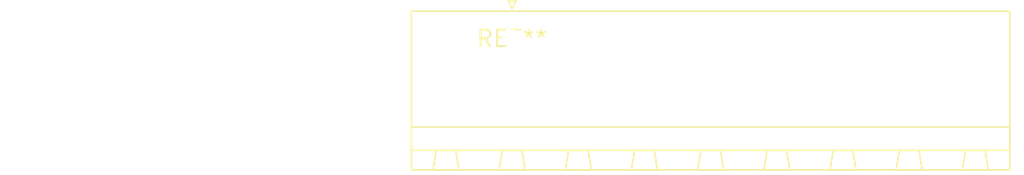
<source format=kicad_pcb>
(kicad_pcb (version 20240108) (generator pcbnew)
  (layers (0 "F.Cu" signal) (31 "B.Cu" signal) (34 "B.Paste" user) (35 "F.Paste" user) (36 "B.SilkS" user "B.Silkscreen") (37 "F.SilkS" user "F.Silkscreen") (38 "B.Mask" user) (39 "F.Mask" user) (44 "Edge.Cuts" user))
  (net 0 "")
  (footprint "PhoenixContact_MSTB_2,5_7-GF-5,08_1x07_P5.08mm_Horizontal_ThreadedFlange" (layer "F.Cu") (at 0 0)
    (property "Reference" "REF**")
    (property "Value" "PhoenixContact_MSTB_2,5_7-GF-5,08_1x07_P5.08mm_Horizontal_ThreadedFlange")
    (fp_line (start -7.73 -2.11) (end -7.73 10.11) (layer "F.SilkS") (stroke (width 0.12)))
    (fp_line (start -7.73 6.81) (end 38.21 6.81) (layer "F.SilkS") (stroke (width 0.12)))
    (fp_line (start -7.73 8.61) (end -7.73 6.81) (layer "F.SilkS") (stroke (width 0.12)))
    (fp_line (start -7.73 10.11) (end 38.21 10.11) (layer "F.SilkS") (stroke (width 0.12)))
    (fp_line (start -6.08 10.11) (end -4.08 10.11) (layer "F.SilkS") (stroke (width 0.12)))
    (fp_line (start -5.83 8.61) (end -6.08 10.11) (layer "F.SilkS") (stroke (width 0.12)))
    (fp_line (start -4.33 8.61) (end -5.83 8.61) (layer "F.SilkS") (stroke (width 0.12)))
    (fp_line (start -4.08 10.11) (end -4.33 8.61) (layer "F.SilkS") (stroke (width 0.12)))
    (fp_line (start -1 10.11) (end 1 10.11) (layer "F.SilkS") (stroke (width 0.12)))
    (fp_line (start -0.75 8.61) (end -1 10.11) (layer "F.SilkS") (stroke (width 0.12)))
    (fp_line (start -0.3 -2.91) (end 0.3 -2.91) (layer "F.SilkS") (stroke (width 0.12)))
    (fp_line (start 0 -2.31) (end -0.3 -2.91) (layer "F.SilkS") (stroke (width 0.12)))
    (fp_line (start 0.3 -2.91) (end 0 -2.31) (layer "F.SilkS") (stroke (width 0.12)))
    (fp_line (start 0.75 8.61) (end -0.75 8.61) (layer "F.SilkS") (stroke (width 0.12)))
    (fp_line (start 1 10.11) (end 0.75 8.61) (layer "F.SilkS") (stroke (width 0.12)))
    (fp_line (start 4.08 10.11) (end 6.08 10.11) (layer "F.SilkS") (stroke (width 0.12)))
    (fp_line (start 4.33 8.61) (end 4.08 10.11) (layer "F.SilkS") (stroke (width 0.12)))
    (fp_line (start 5.83 8.61) (end 4.33 8.61) (layer "F.SilkS") (stroke (width 0.12)))
    (fp_line (start 6.08 10.11) (end 5.83 8.61) (layer "F.SilkS") (stroke (width 0.12)))
    (fp_line (start 9.16 10.11) (end 11.16 10.11) (layer "F.SilkS") (stroke (width 0.12)))
    (fp_line (start 9.41 8.61) (end 9.16 10.11) (layer "F.SilkS") (stroke (width 0.12)))
    (fp_line (start 10.91 8.61) (end 9.41 8.61) (layer "F.SilkS") (stroke (width 0.12)))
    (fp_line (start 11.16 10.11) (end 10.91 8.61) (layer "F.SilkS") (stroke (width 0.12)))
    (fp_line (start 14.24 10.11) (end 16.24 10.11) (layer "F.SilkS") (stroke (width 0.12)))
    (fp_line (start 14.49 8.61) (end 14.24 10.11) (layer "F.SilkS") (stroke (width 0.12)))
    (fp_line (start 15.99 8.61) (end 14.49 8.61) (layer "F.SilkS") (stroke (width 0.12)))
    (fp_line (start 16.24 10.11) (end 15.99 8.61) (layer "F.SilkS") (stroke (width 0.12)))
    (fp_line (start 19.32 10.11) (end 21.32 10.11) (layer "F.SilkS") (stroke (width 0.12)))
    (fp_line (start 19.57 8.61) (end 19.32 10.11) (layer "F.SilkS") (stroke (width 0.12)))
    (fp_line (start 21.07 8.61) (end 19.57 8.61) (layer "F.SilkS") (stroke (width 0.12)))
    (fp_line (start 21.32 10.11) (end 21.07 8.61) (layer "F.SilkS") (stroke (width 0.12)))
    (fp_line (start 24.4 10.11) (end 26.4 10.11) (layer "F.SilkS") (stroke (width 0.12)))
    (fp_line (start 24.65 8.61) (end 24.4 10.11) (layer "F.SilkS") (stroke (width 0.12)))
    (fp_line (start 26.15 8.61) (end 24.65 8.61) (layer "F.SilkS") (stroke (width 0.12)))
    (fp_line (start 26.4 10.11) (end 26.15 8.61) (layer "F.SilkS") (stroke (width 0.12)))
    (fp_line (start 29.48 10.11) (end 31.48 10.11) (layer "F.SilkS") (stroke (width 0.12)))
    (fp_line (start 29.73 8.61) (end 29.48 10.11) (layer "F.SilkS") (stroke (width 0.12)))
    (fp_line (start 31.23 8.61) (end 29.73 8.61) (layer "F.SilkS") (stroke (width 0.12)))
    (fp_line (start 31.48 10.11) (end 31.23 8.61) (layer "F.SilkS") (stroke (width 0.12)))
    (fp_line (start 34.56 10.11) (end 36.56 10.11) (layer "F.SilkS") (stroke (width 0.12)))
    (fp_line (start 34.81 8.61) (end 34.56 10.11) (layer "F.SilkS") (stroke (width 0.12)))
    (fp_line (start 36.31 8.61) (end 34.81 8.61) (layer "F.SilkS") (stroke (width 0.12)))
    (fp_line (start 36.56 10.11) (end 36.31 8.61) (layer "F.SilkS") (stroke (width 0.12)))
    (fp_line (start 38.21 -2.11) (end -7.73 -2.11) (layer "F.SilkS") (stroke (width 0.12)))
    (fp_line (start 38.21 6.81) (end 38.21 8.61) (layer "F.SilkS") (stroke (width 0.12)))
    (fp_line (start 38.21 8.61) (end -7.73 8.61) (layer "F.SilkS") (stroke (width 0.12)))
    (fp_line (start 38.21 10.11) (end 38.21 -2.11) (layer "F.SilkS") (stroke (width 0.12)))
    (pad "1" thru_hole roundrect (at 0 0) (size 2.08 3.6) (drill 1.4) (layers *.Cu *.Mask) (remove_unused_layers) (roundrect_rratio 0.120192))
    (pad "2" thru_hole oval (at 5.08 0) (size 2.08 3.6) (drill 1.4) (layers *.Cu *.Mask) (remove_unused_layers))
    (pad "3" thru_hole oval (at 10.16 0) (size 2.08 3.6) (drill 1.4) (layers *.Cu *.Mask) (remove_unused_layers))
    (pad "4" thru_hole oval (at 15.24 0) (size 2.08 3.6) (drill 1.4) (layers *.Cu *.Mask) (remove_unused_layers))
    (pad "5" thru_hole oval (at 20.32 0) (size 2.08 3.6) (drill 1.4) (layers *.Cu *.Mask) (remove_unused_layers))
    (pad "6" thru_hole oval (at 25.4 0) (size 2.08 3.6) (drill 1.4) (layers *.Cu *.Mask) (remove_unused_layers))
    (pad "7" thru_hole oval (at 30.48 0) (size 2.08 3.6) (drill 1.4) (layers *.Cu *.Mask) (remove_unused_layers))
  )
)
</source>
